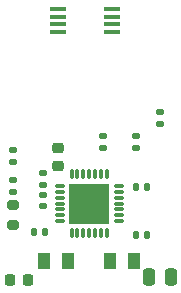
<source format=gbr>
%TF.GenerationSoftware,KiCad,Pcbnew,8.0.8*%
%TF.CreationDate,2025-03-27T14:33:37-07:00*%
%TF.ProjectId,pepper_stepper,70657070-6572-45f7-9374-65707065722e,rev?*%
%TF.SameCoordinates,Original*%
%TF.FileFunction,Paste,Bot*%
%TF.FilePolarity,Positive*%
%FSLAX46Y46*%
G04 Gerber Fmt 4.6, Leading zero omitted, Abs format (unit mm)*
G04 Created by KiCad (PCBNEW 8.0.8) date 2025-03-27 14:33:37*
%MOMM*%
%LPD*%
G01*
G04 APERTURE LIST*
G04 Aperture macros list*
%AMRoundRect*
0 Rectangle with rounded corners*
0 $1 Rounding radius*
0 $2 $3 $4 $5 $6 $7 $8 $9 X,Y pos of 4 corners*
0 Add a 4 corners polygon primitive as box body*
4,1,4,$2,$3,$4,$5,$6,$7,$8,$9,$2,$3,0*
0 Add four circle primitives for the rounded corners*
1,1,$1+$1,$2,$3*
1,1,$1+$1,$4,$5*
1,1,$1+$1,$6,$7*
1,1,$1+$1,$8,$9*
0 Add four rect primitives between the rounded corners*
20,1,$1+$1,$2,$3,$4,$5,0*
20,1,$1+$1,$4,$5,$6,$7,0*
20,1,$1+$1,$6,$7,$8,$9,0*
20,1,$1+$1,$8,$9,$2,$3,0*%
G04 Aperture macros list end*
%ADD10RoundRect,0.250000X-0.250000X-0.475000X0.250000X-0.475000X0.250000X0.475000X-0.250000X0.475000X0*%
%ADD11RoundRect,0.140000X-0.140000X-0.170000X0.140000X-0.170000X0.140000X0.170000X-0.140000X0.170000X0*%
%ADD12R,1.130000X1.380000*%
%ADD13RoundRect,0.135000X-0.185000X0.135000X-0.185000X-0.135000X0.185000X-0.135000X0.185000X0.135000X0*%
%ADD14RoundRect,0.140000X0.170000X-0.140000X0.170000X0.140000X-0.170000X0.140000X-0.170000X-0.140000X0*%
%ADD15RoundRect,0.225000X0.225000X0.250000X-0.225000X0.250000X-0.225000X-0.250000X0.225000X-0.250000X0*%
%ADD16RoundRect,0.200000X0.275000X-0.200000X0.275000X0.200000X-0.275000X0.200000X-0.275000X-0.200000X0*%
%ADD17R,1.400000X0.410000*%
%ADD18RoundRect,0.135000X0.185000X-0.135000X0.185000X0.135000X-0.185000X0.135000X-0.185000X-0.135000X0*%
%ADD19O,0.900000X0.280000*%
%ADD20O,0.280000X0.900000*%
%ADD21R,3.500000X3.500000*%
%ADD22RoundRect,0.225000X0.250000X-0.225000X0.250000X0.225000X-0.250000X0.225000X-0.250000X-0.225000X0*%
%ADD23RoundRect,0.140000X0.140000X0.170000X-0.140000X0.170000X-0.140000X-0.170000X0.140000X-0.170000X0*%
G04 APERTURE END LIST*
D10*
%TO.C,C18*%
X114366000Y-63754000D03*
X116266000Y-63754000D03*
%TD*%
D11*
%TO.C,C9*%
X104676000Y-59944000D03*
X105636000Y-59944000D03*
%TD*%
D12*
%TO.C,R7*%
X111141000Y-62345818D03*
X113141000Y-62345818D03*
%TD*%
D13*
%TO.C,R4*%
X110490000Y-51802818D03*
X110490000Y-52822818D03*
%TD*%
D11*
%TO.C,C11*%
X113312000Y-56134000D03*
X114272000Y-56134000D03*
%TD*%
D14*
%TO.C,C6*%
X105410000Y-57745818D03*
X105410000Y-56785818D03*
%TD*%
D15*
%TO.C,C8*%
X104153000Y-64027064D03*
X102603000Y-64027064D03*
%TD*%
D13*
%TO.C,R10*%
X115316000Y-49782000D03*
X115316000Y-50802000D03*
%TD*%
%TO.C,R5*%
X113284000Y-51814000D03*
X113284000Y-52834000D03*
%TD*%
%TO.C,R9*%
X102870000Y-55560000D03*
X102870000Y-56580000D03*
%TD*%
D16*
%TO.C,R11*%
X102870000Y-59308000D03*
X102870000Y-57658000D03*
%TD*%
D17*
%TO.C,U4*%
X111266000Y-41045818D03*
X111266000Y-41695818D03*
X111266000Y-42355818D03*
X111266000Y-43005818D03*
X106666000Y-43005818D03*
X106666000Y-42355818D03*
X106666000Y-41695818D03*
X106666000Y-41045818D03*
%TD*%
D12*
%TO.C,R6*%
X107553000Y-62345818D03*
X105553000Y-62345818D03*
%TD*%
D14*
%TO.C,C7*%
X105410000Y-55915818D03*
X105410000Y-54955818D03*
%TD*%
D18*
%TO.C,R8*%
X102870000Y-54040000D03*
X102870000Y-53020000D03*
%TD*%
D19*
%TO.C,U3*%
X106847000Y-59019818D03*
X106847000Y-58519818D03*
X106847000Y-58019818D03*
X106847000Y-57519818D03*
X106847000Y-57019818D03*
X106847000Y-56519818D03*
X106847000Y-56019818D03*
D20*
X107847000Y-55019818D03*
X108347000Y-55019818D03*
X108847000Y-55019818D03*
X109347000Y-55019818D03*
X109847000Y-55019818D03*
X110347000Y-55019818D03*
X110847000Y-55019818D03*
D19*
X111847000Y-56019818D03*
X111847000Y-56519818D03*
X111847000Y-57019818D03*
X111847000Y-57519818D03*
X111847000Y-58019818D03*
X111847000Y-58519818D03*
X111847000Y-59019818D03*
D20*
X110847000Y-60019818D03*
X110347000Y-60019818D03*
X109847000Y-60019818D03*
X109347000Y-60019818D03*
X108847000Y-60019818D03*
X108347000Y-60019818D03*
X107847000Y-60019818D03*
D21*
X109347000Y-57519818D03*
%TD*%
D22*
%TO.C,C5*%
X106680000Y-54369000D03*
X106680000Y-52819000D03*
%TD*%
D23*
%TO.C,C10*%
X114272000Y-60198000D03*
X113312000Y-60198000D03*
%TD*%
M02*

</source>
